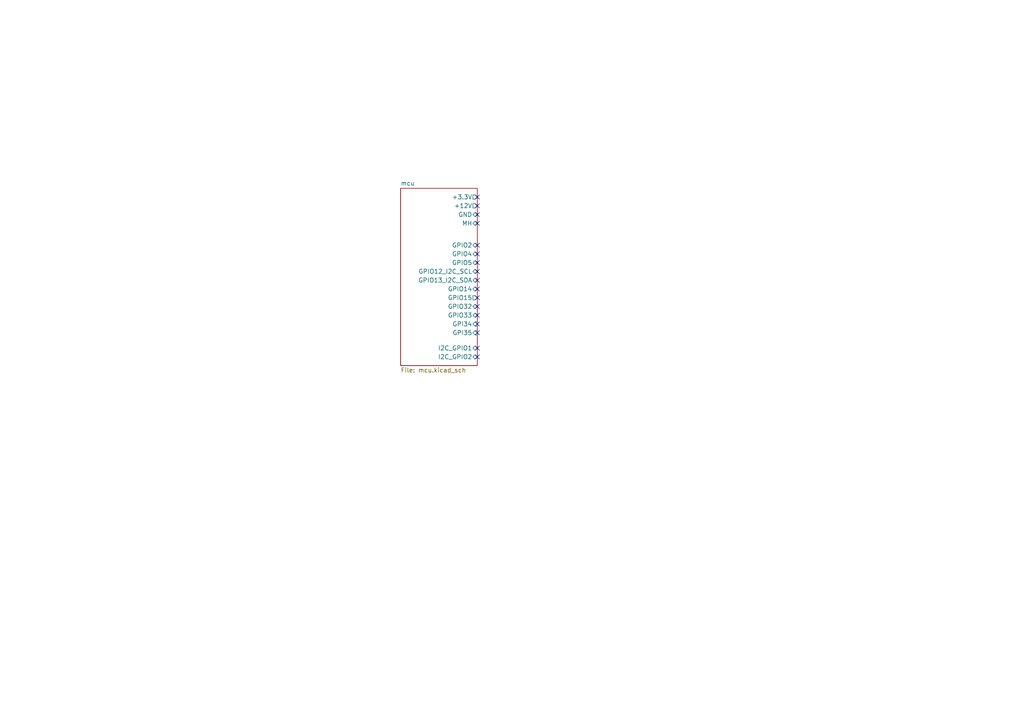
<source format=kicad_sch>
(kicad_sch (version 20230121) (generator eeschema)
  (paper "A4")
  (lib_symbols)
  (no_connect (at 138.43 76.2))
  (no_connect (at 138.43 88.9))
  (no_connect (at 138.43 91.44))
  (no_connect (at 138.43 93.98))
  (no_connect (at 138.43 96.52))
  (no_connect (at 138.43 78.74))
  (no_connect (at 138.43 81.28))
  (no_connect (at 138.43 83.82))
  (no_connect (at 138.43 86.36))
  (no_connect (at 138.43 71.12))
  (no_connect (at 138.43 59.69))
  (no_connect (at 138.43 62.23))
  (no_connect (at 138.43 103.505))
  (no_connect (at 138.43 57.15))
  (no_connect (at 138.43 73.66))
  (no_connect (at 138.43 64.77))
  (no_connect (at 138.43 100.965))
  (sheet (at 116.205 54.61) (size 22.225 51.435)
    (property "Sheetname" "mcu" (at 116.205 53.8984 0) (effects (justify left bottom)))
    (property "Sheetfile" "mcu.kicad_sch" (at 116.205 106.6296 0) (effects (justify left top)))
    (pin "GPIO2" bidirectional (at 138.43 71.12 0))
    (pin "GPIO13_I2C_SDA" bidirectional (at 138.43 81.28 0))
    (pin "GPIO14" bidirectional (at 138.43 83.82 0))
    (pin "GPIO15" output (at 138.43 86.36 0))
    (pin "GPIO32" bidirectional (at 138.43 88.9 0))
    (pin "+12V" output (at 138.43 59.69 0))
    (pin "+3.3V" output (at 138.43 57.15 0))
    (pin "GND" bidirectional (at 138.43 62.23 0))
    (pin "GPI34" input (at 138.43 93.98 0))
    (pin "GPI35" input (at 138.43 96.52 0))
    (pin "GPIO33" bidirectional (at 138.43 91.44 0))
    (pin "GPIO12_I2C_SCL" bidirectional (at 138.43 78.74 0))
    (pin "MH" bidirectional (at 138.43 64.77 0))
    (pin "GPIO5" bidirectional (at 138.43 76.2 0))
    (pin "GPIO4" bidirectional (at 138.43 73.66 0))
    (pin "I2C_GPIO2" bidirectional (at 138.43 103.505 0))
    (pin "I2C_GPIO1" bidirectional (at 138.43 100.965 0))
  )
)
</source>
